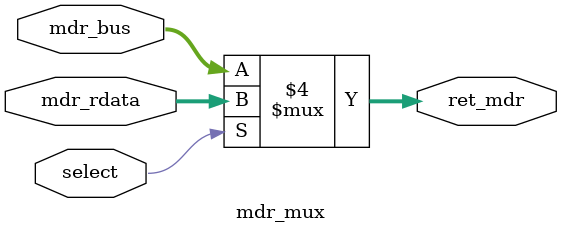
<source format=sv>

module bus (
    input logic         gate_pc,
//    input logic         gate_alu,
//    input logic         gate_marmux,
    input logic         gate_mdr,
    input logic [15:0]  ret_pc,
//    input logic [15:0]  ret_alu,
//    input logic [15:0]  ret_marmux,
    input logic [15:0]  ret_mdr,
    
    output logic [15:0] ret_bus
);
always_comb
    begin
        ret_bus = 16'b0101000000100111; // default value to prevent latches
        if (gate_pc == 1'b1)
            ret_bus = ret_pc;
        else if (gate_mdr == 1'b1)
            ret_bus = ret_mdr;
    //    else if (gate_alu == 1'b1)
    //        ret_bus = ret_alu;
    //    else if (gate_marmux == 1'b1)
    //        ret_bus = ret_marmux;
    end
endmodule


module pc_mux (
    input logic [1:0]   select,
    input logic [15:0]  pc_bus,
    input logic [15:0]  pc_increment,
    input logic [15:0]  pc_adder,
    
    output logic [15:0] ret_pc
);
    always_comb
    begin
        ret_pc = pc_bus;
        if (select == 2'b01)
            ret_pc = pc_adder;
        else if (select == 2'b10)
            ret_pc = pc_increment;
    end
endmodule


module mdr_mux (
    input logic         select,
    input logic [15:0]  mdr_bus,
    input logic [15:0]  mdr_rdata,
    
    output logic [15:0] ret_mdr
);
    always_comb
    begin
        ret_mdr = mdr_bus;
        if (select == 1'b1)
            ret_mdr = mdr_rdata;
    end
endmodule

</source>
